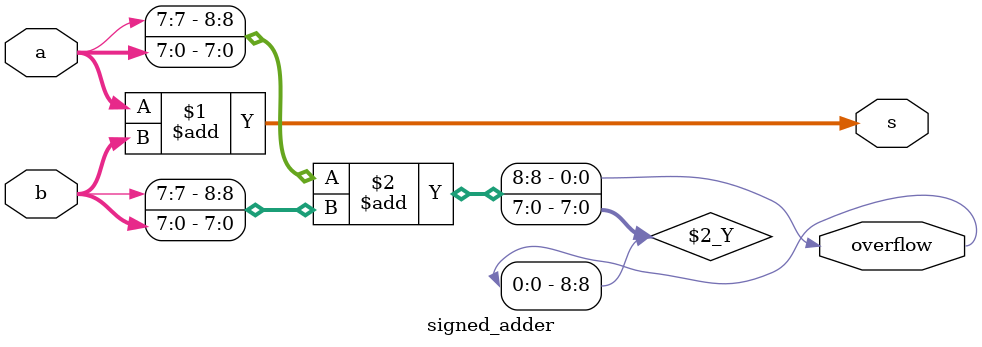
<source format=v>

module signed_adder(input [7:0] a,
    input [7:0] b,
    output [7:0] s,
    output overflow
); 

// The numbers a and b are added to the output s. 
// assign the occurence of the signed overflow of a and b to the output overflow.
// a signed overflow occurs if the most significant bits of a and b are low and the most significant bit of s is high
// a signed overflow may also occur if the most significant bits of a and b are high and the most significant bit of s is low


assign s = a + b;
assign overflow = ({a[7], a} + {b[7], b}) >> 8;

endmodule

</source>
